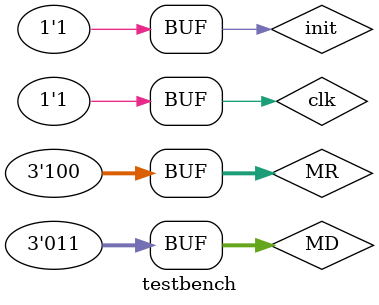
<source format=v>
`timescale 1ns / 1ps


module testbench;

	// Inputs
	reg [2:0] MR;
	reg [2:0] MD;
	reg init;
	reg clk;

	// Outputs
	wire [5:0] pp;
	wire done;

	// Instantiate the Unit Under Test (UUT)
	multiplicador uut (
		.MR(MR), 
		.MD(MD), 
		.init(init), 
		.clk(clk), 
		.pp(pp), 
		.done(done)
	);

	initial begin
		// Initialize Inputs
		MR = 0;
		MD = 0;
		init = 0;
		clk = 0;

		// Wait 100 ns for global reset to finish
		#100;
        
		// Add stimulus here
		MR = 3'b100;
		MD = 3'b011;
		//init = 2'b01;
		//clk = 2'b01;
		init = 1;
		clk = 1;
	end
      
endmodule


</source>
